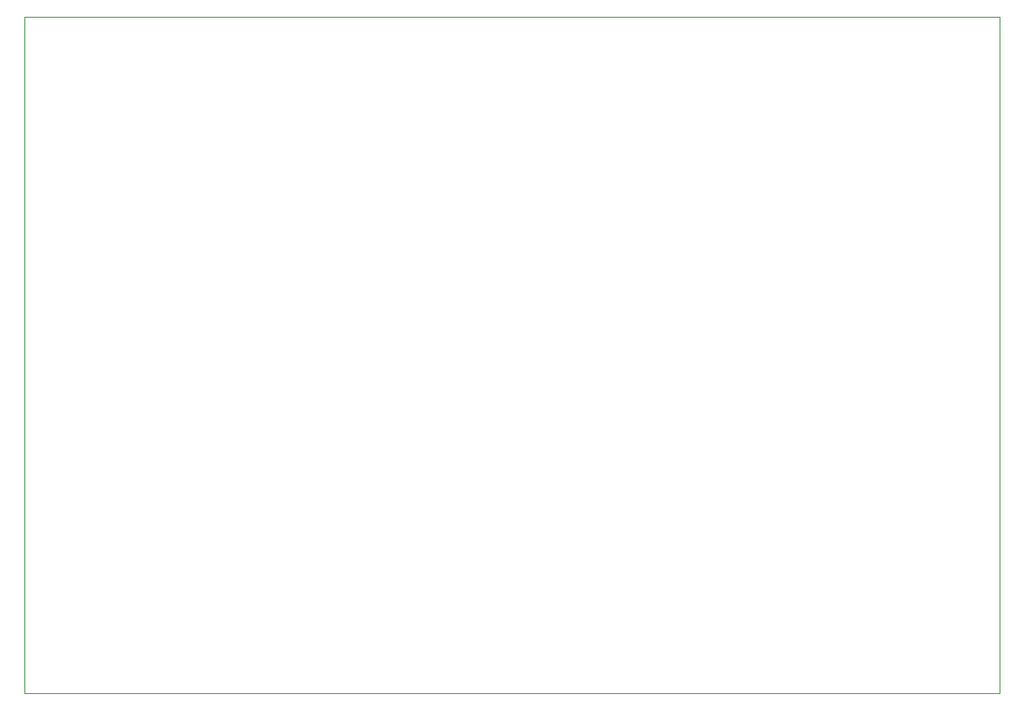
<source format=gbr>
%TF.GenerationSoftware,KiCad,Pcbnew,9.0.0*%
%TF.CreationDate,2025-03-26T17:15:45-07:00*%
%TF.ProjectId,SMRRC_SwitchAndSignal,534d5252-435f-4537-9769-746368416e64,n/c*%
%TF.SameCoordinates,Original*%
%TF.FileFunction,Profile,NP*%
%FSLAX46Y46*%
G04 Gerber Fmt 4.6, Leading zero omitted, Abs format (unit mm)*
G04 Created by KiCad (PCBNEW 9.0.0) date 2025-03-26 17:15:45*
%MOMM*%
%LPD*%
G01*
G04 APERTURE LIST*
%TA.AperFunction,Profile*%
%ADD10C,0.050000*%
%TD*%
G04 APERTURE END LIST*
D10*
X64000000Y-74000000D02*
X162000000Y-74000000D01*
X162000000Y-142000000D01*
X64000000Y-142000000D01*
X64000000Y-74000000D01*
M02*

</source>
